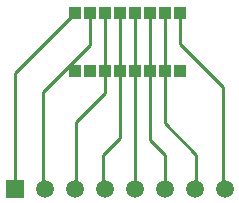
<source format=gtl>
G04 Layer: TopLayer*
G04 EasyEDA v6.5.22, 2023-01-10 12:32:39*
G04 b370202723584046b7ae4b0ba92148f9,2e4b97ed0a384ad5b60706015a639cab,10*
G04 Gerber Generator version 0.2*
G04 Scale: 100 percent, Rotated: No, Reflected: No *
G04 Dimensions in millimeters *
G04 leading zeros omitted , absolute positions ,4 integer and 5 decimal *
%FSLAX45Y45*%
%MOMM*%

%AMMACRO1*21,1,$1,$2,0,0,$3*%
%ADD10C,0.2540*%
%ADD11MACRO1,1X1.1X0.0000*%
%ADD12R,1.5000X1.5000*%
%ADD13C,1.5000*%

%LPD*%
D10*
X1143000Y9998608D02*
G01*
X1143000Y9321800D01*
X901700Y9080500D01*
X901700Y8521700D01*
X889000Y8509000D01*
X889000Y9998608D02*
G01*
X381000Y9490608D01*
X381000Y8509000D01*
X1651000Y9998608D02*
G01*
X1651000Y9067800D01*
X1917700Y8801100D01*
X1917700Y8521700D01*
X1905000Y8509000D01*
X1778000Y9998608D02*
G01*
X1778000Y9740900D01*
X2146300Y9372600D01*
X2146300Y8521700D01*
X2159000Y8509000D01*
X1524000Y9998608D02*
G01*
X1524000Y8928100D01*
X1651000Y8801100D01*
X1651000Y8509000D01*
X1397000Y9998608D02*
G01*
X1397000Y8509000D01*
X1270000Y9998608D02*
G01*
X1270000Y8940800D01*
X1130300Y8801100D01*
X1130300Y8521700D01*
X1143000Y8509000D01*
X1016000Y9998608D02*
G01*
X1016000Y9728200D01*
X622300Y9334500D01*
X622300Y8521700D01*
X635000Y8509000D01*
D11*
G01*
X1778000Y9998598D03*
G01*
X1651000Y9998598D03*
G01*
X1524000Y9998598D03*
G01*
X1397000Y9998598D03*
G01*
X1270000Y9998598D03*
G01*
X1143000Y9998598D03*
G01*
X1016000Y9998598D03*
G01*
X889000Y9998598D03*
G01*
X889000Y9508601D03*
G01*
X1016000Y9508601D03*
G01*
X1143000Y9508601D03*
G01*
X1270000Y9508601D03*
G01*
X1397000Y9508601D03*
G01*
X1524000Y9508601D03*
G01*
X1651000Y9508601D03*
G01*
X1778000Y9508601D03*
D12*
G01*
X381000Y8509000D03*
D13*
G01*
X635000Y8509000D03*
G01*
X889000Y8509000D03*
G01*
X1143000Y8509000D03*
G01*
X1397000Y8509000D03*
G01*
X1651000Y8509000D03*
G01*
X1905000Y8509000D03*
G01*
X2159000Y8509000D03*
M02*

</source>
